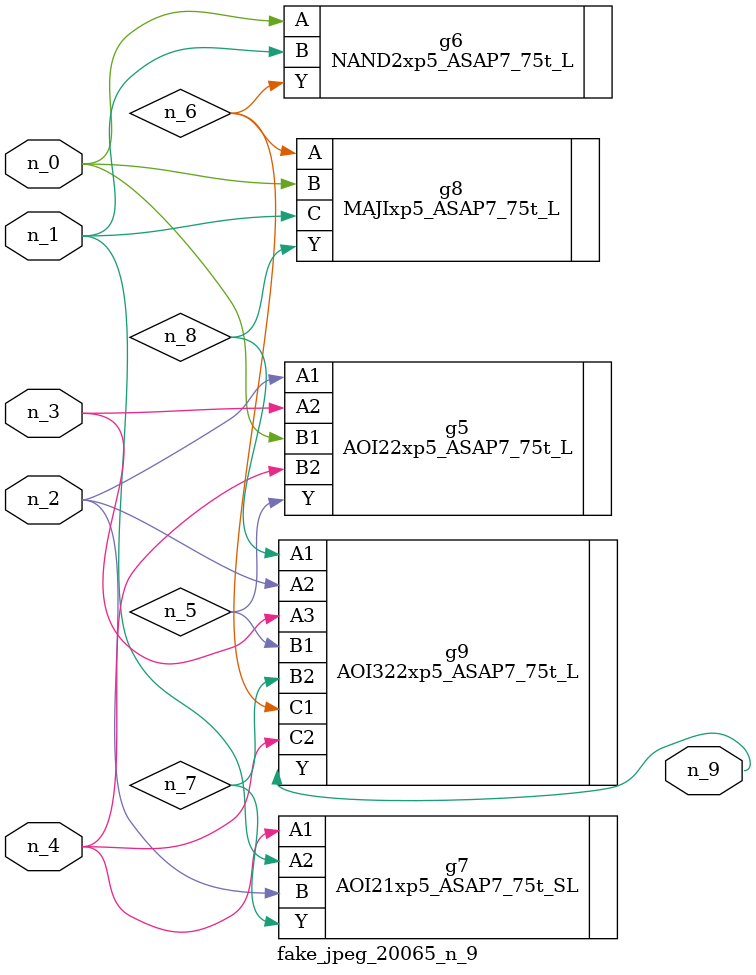
<source format=v>
module fake_jpeg_20065_n_9 (n_3, n_2, n_1, n_0, n_4, n_9);

input n_3;
input n_2;
input n_1;
input n_0;
input n_4;

output n_9;

wire n_8;
wire n_6;
wire n_5;
wire n_7;

AOI22xp5_ASAP7_75t_L g5 ( 
.A1(n_2),
.A2(n_3),
.B1(n_0),
.B2(n_4),
.Y(n_5)
);

NAND2xp5_ASAP7_75t_L g6 ( 
.A(n_0),
.B(n_1),
.Y(n_6)
);

AOI21xp5_ASAP7_75t_SL g7 ( 
.A1(n_4),
.A2(n_1),
.B(n_2),
.Y(n_7)
);

MAJIxp5_ASAP7_75t_L g8 ( 
.A(n_6),
.B(n_0),
.C(n_1),
.Y(n_8)
);

AOI322xp5_ASAP7_75t_L g9 ( 
.A1(n_8),
.A2(n_2),
.A3(n_3),
.B1(n_5),
.B2(n_7),
.C1(n_6),
.C2(n_4),
.Y(n_9)
);


endmodule
</source>
